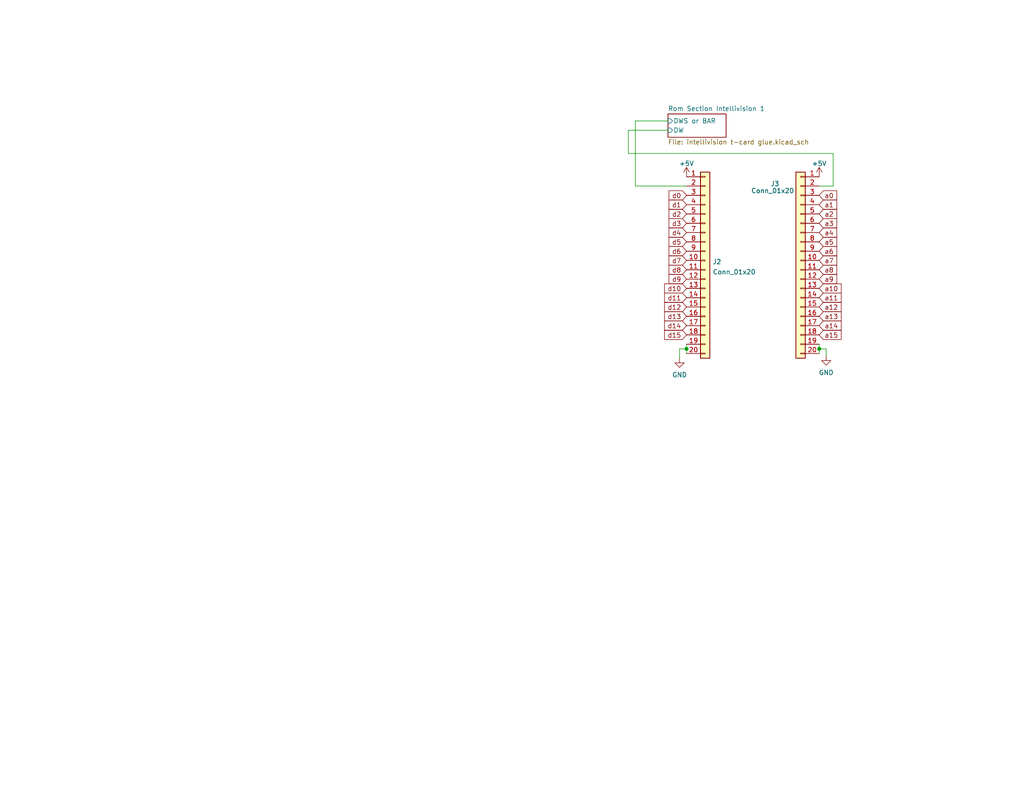
<source format=kicad_sch>
(kicad_sch (version 20211123) (generator eeschema)
  (paper "A")
  (lib_symbols
    (symbol "Connector_Generic:Conn_01x20" (pin_names (offset 1.016) hide)
      (property "Reference" "J" (at 0 25.4 0))
      (property "Value" "Conn_01x20" (at 0 -27.94 0))
      (symbol "Conn_01x20_1_1"
        (rectangle (start -1.27 -25.273) (end 0 -25.527) (stroke (width 0.1524)))
        (rectangle (start -1.27 -22.733) (end 0 -22.987) (stroke (width 0.1524)))
        (rectangle (start -1.27 -20.193) (end 0 -20.447) (stroke (width 0.1524)))
        (rectangle (start -1.27 -17.653) (end 0 -17.907) (stroke (width 0.1524)))
        (rectangle (start -1.27 -15.113) (end 0 -15.367) (stroke (width 0.1524)))
        (rectangle (start -1.27 -12.573) (end 0 -12.827) (stroke (width 0.1524)))
        (rectangle (start -1.27 -10.033) (end 0 -10.287) (stroke (width 0.1524)))
        (rectangle (start -1.27 -7.493) (end 0 -7.747) (stroke (width 0.1524)))
        (rectangle (start -1.27 -4.953) (end 0 -5.207) (stroke (width 0.1524)))
        (rectangle (start -1.27 -2.413) (end 0 -2.667) (stroke (width 0.1524)))
        (rectangle (start -1.27 0.127) (end 0 -0.127) (stroke (width 0.1524)))
        (rectangle (start -1.27 2.667) (end 0 2.413) (stroke (width 0.1524)))
        (rectangle (start -1.27 5.207) (end 0 4.953) (stroke (width 0.1524)))
        (rectangle (start -1.27 7.747) (end 0 7.493) (stroke (width 0.1524)))
        (rectangle (start -1.27 10.287) (end 0 10.033) (stroke (width 0.1524)))
        (rectangle (start -1.27 12.827) (end 0 12.573) (stroke (width 0.1524)))
        (rectangle (start -1.27 15.367) (end 0 15.113) (stroke (width 0.1524)))
        (rectangle (start -1.27 17.907) (end 0 17.653) (stroke (width 0.1524)))
        (rectangle (start -1.27 20.447) (end 0 20.193) (stroke (width 0.1524)))
        (rectangle (start -1.27 22.987) (end 0 22.733) (stroke (width 0.1524)))
        (rectangle (start -1.27 24.13) (end 1.27 -26.67) (stroke (width 0.254)) (fill (type background)))
        (pin passive line (at -5.08 22.86 0) (length 3.81) (name "Pin_1") (number "1"))
        (pin passive line (at -5.08 0 0) (length 3.81) (name "Pin_10") (number "10"))
        (pin passive line (at -5.08 -2.54 0) (length 3.81) (name "Pin_11") (number "11"))
        (pin passive line (at -5.08 -5.08 0) (length 3.81) (name "Pin_12") (number "12"))
        (pin passive line (at -5.08 -7.62 0) (length 3.81) (name "Pin_13") (number "13"))
        (pin passive line (at -5.08 -10.16 0) (length 3.81) (name "Pin_14") (number "14"))
        (pin passive line (at -5.08 -12.7 0) (length 3.81) (name "Pin_15") (number "15"))
        (pin passive line (at -5.08 -15.24 0) (length 3.81) (name "Pin_16") (number "16"))
        (pin passive line (at -5.08 -17.78 0) (length 3.81) (name "Pin_17") (number "17"))
        (pin passive line (at -5.08 -20.32 0) (length 3.81) (name "Pin_18") (number "18"))
        (pin passive line (at -5.08 -22.86 0) (length 3.81) (name "Pin_19") (number "19"))
        (pin passive line (at -5.08 20.32 0) (length 3.81) (name "Pin_2") (number "2"))
        (pin passive line (at -5.08 -25.4 0) (length 3.81) (name "Pin_20") (number "20"))
        (pin passive line (at -5.08 17.78 0) (length 3.81) (name "Pin_3") (number "3"))
        (pin passive line (at -5.08 15.24 0) (length 3.81) (name "Pin_4") (number "4"))
        (pin passive line (at -5.08 12.7 0) (length 3.81) (name "Pin_5") (number "5"))
        (pin passive line (at -5.08 10.16 0) (length 3.81) (name "Pin_6") (number "6"))
        (pin passive line (at -5.08 7.62 0) (length 3.81) (name "Pin_7") (number "7"))
        (pin passive line (at -5.08 5.08 0) (length 3.81) (name "Pin_8") (number "8"))
        (pin passive line (at -5.08 2.54 0) (length 3.81) (name "Pin_9") (number "9"))
      )
    )
    (symbol "power:+5V" (power) (pin_names (offset 0))
      (property "Value" "+5V" (at 0 3.556 0))
      (symbol "+5V_0_1"
        (polyline (pts (xy -0.762 1.27) (xy 0 2.54)))
        (polyline (pts (xy 0 0) (xy 0 2.54)))
        (polyline (pts (xy 0 2.54) (xy 0.762 1.27)))
      )
      (symbol "+5V_1_1"
        (pin power_in line (at 0 0 90) (length 0) hide (name "+5V") (number "1"))
      )
    )
    (symbol "power:GND" (power) (pin_names (offset 0))
      (property "Value" "GND" (at 0 -3.81 0))
      (symbol "GND_0_1"
        (polyline (pts (xy 0 0) (xy 0 -1.27) (xy 1.27 -1.27) (xy 0 -2.54) (xy -1.27 -1.27) (xy 0 -1.27)))
      )
      (symbol "GND_1_1"
        (pin power_in line (at 0 0 270) (length 0) hide (name "GND") (number "1"))
      )
    )
  )
  (junction (at 187.325 95.25))
  (junction (at 223.52 95.25))
  (wire (pts (xy 185.42 97.79) (xy 185.42 95.25)))
  (wire (pts (xy 223.52 95.25) (xy 223.52 93.98)))
  (wire (pts (xy 171.45 35.56) (xy 182.245 35.56)))
  (wire (pts (xy 225.425 97.155) (xy 225.425 95.25)))
  (wire (pts (xy 227.33 50.8) (xy 227.33 41.91)))
  (wire (pts (xy 223.52 95.25) (xy 223.52 96.52)))
  (wire (pts (xy 185.42 95.25) (xy 187.325 95.25)))
  (wire (pts (xy 173.355 33.02) (xy 173.355 50.8)))
  (wire (pts (xy 187.325 50.8) (xy 173.355 50.8)))
  (wire (pts (xy 227.33 41.91) (xy 171.45 41.91)))
  (wire (pts (xy 182.245 33.02) (xy 173.355 33.02)))
  (wire (pts (xy 187.325 95.25) (xy 187.325 93.98)))
  (wire (pts (xy 223.52 50.8) (xy 227.33 50.8)))
  (wire (pts (xy 187.325 95.25) (xy 187.325 96.52)))
  (wire (pts (xy 225.425 95.25) (xy 223.52 95.25)))
  (wire (pts (xy 171.45 35.56) (xy 171.45 41.91)))
  (global_label "a13" (shape input) (at 223.52 86.36 0) (property "Intersheet References" "${INTERSHEET_REFS}" (effects hide)))
  (global_label "a1" (shape input) (at 223.52 55.88 0) (property "Intersheet References" "${INTERSHEET_REFS}" (effects hide)))
  (global_label "d6" (shape input) (at 187.325 68.58 180) (property "Intersheet References" "${INTERSHEET_REFS}" (effects hide)))
  (global_label "d4" (shape input) (at 187.325 63.5 180) (property "Intersheet References" "${INTERSHEET_REFS}" (effects hide)))
  (global_label "d8" (shape input) (at 187.325 73.66 180) (property "Intersheet References" "${INTERSHEET_REFS}" (effects hide)))
  (global_label "d13" (shape input) (at 187.325 86.36 180) (property "Intersheet References" "${INTERSHEET_REFS}" (effects hide)))
  (global_label "a12" (shape input) (at 223.52 83.82 0) (property "Intersheet References" "${INTERSHEET_REFS}" (effects hide)))
  (global_label "a2" (shape input) (at 223.52 58.42 0) (property "Intersheet References" "${INTERSHEET_REFS}" (effects hide)))
  (global_label "d15" (shape input) (at 187.325 91.44 180) (property "Intersheet References" "${INTERSHEET_REFS}" (effects hide)))
  (global_label "d5" (shape input) (at 187.325 66.04 180) (property "Intersheet References" "${INTERSHEET_REFS}" (effects hide)))
  (global_label "d11" (shape input) (at 187.325 81.28 180) (property "Intersheet References" "${INTERSHEET_REFS}" (effects hide)))
  (global_label "d2" (shape input) (at 187.325 58.42 180) (property "Intersheet References" "${INTERSHEET_REFS}" (effects hide)))
  (global_label "a0" (shape input) (at 223.52 53.34 0) (property "Intersheet References" "${INTERSHEET_REFS}" (effects hide)))
  (global_label "d14" (shape input) (at 187.325 88.9 180) (property "Intersheet References" "${INTERSHEET_REFS}" (effects hide)))
  (global_label "d12" (shape input) (at 187.325 83.82 180) (property "Intersheet References" "${INTERSHEET_REFS}" (effects hide)))
  (global_label "d9" (shape input) (at 187.325 76.2 180) (property "Intersheet References" "${INTERSHEET_REFS}" (effects hide)))
  (global_label "a7" (shape input) (at 223.52 71.12 0) (property "Intersheet References" "${INTERSHEET_REFS}" (effects hide)))
  (global_label "d1" (shape input) (at 187.325 55.88 180) (property "Intersheet References" "${INTERSHEET_REFS}" (effects hide)))
  (global_label "a6" (shape input) (at 223.52 68.58 0) (property "Intersheet References" "${INTERSHEET_REFS}" (effects hide)))
  (global_label "a10" (shape input) (at 223.52 78.74 0) (property "Intersheet References" "${INTERSHEET_REFS}" (effects hide)))
  (global_label "d0" (shape input) (at 187.325 53.34 180) (property "Intersheet References" "${INTERSHEET_REFS}" (effects hide)))
  (global_label "a4" (shape input) (at 223.52 63.5 0) (property "Intersheet References" "${INTERSHEET_REFS}" (effects hide)))
  (global_label "d10" (shape input) (at 187.325 78.74 180) (property "Intersheet References" "${INTERSHEET_REFS}" (effects hide)))
  (global_label "a8" (shape input) (at 223.52 73.66 0) (property "Intersheet References" "${INTERSHEET_REFS}" (effects hide)))
  (global_label "a15" (shape input) (at 223.52 91.44 0) (property "Intersheet References" "${INTERSHEET_REFS}" (effects hide)))
  (global_label "a14" (shape input) (at 223.52 88.9 0) (property "Intersheet References" "${INTERSHEET_REFS}" (effects hide)))
  (global_label "a5" (shape input) (at 223.52 66.04 0) (property "Intersheet References" "${INTERSHEET_REFS}" (effects hide)))
  (global_label "a9" (shape input) (at 223.52 76.2 0) (property "Intersheet References" "${INTERSHEET_REFS}" (effects hide)))
  (global_label "a11" (shape input) (at 223.52 81.28 0) (property "Intersheet References" "${INTERSHEET_REFS}" (effects hide)))
  (global_label "d7" (shape input) (at 187.325 71.12 180) (property "Intersheet References" "${INTERSHEET_REFS}" (effects hide)))
  (global_label "a3" (shape input) (at 223.52 60.96 0) (property "Intersheet References" "${INTERSHEET_REFS}" (effects hide)))
  (global_label "d3" (shape input) (at 187.325 60.96 180) (property "Intersheet References" "${INTERSHEET_REFS}" (effects hide)))
  (symbol (lib_id "Connector_Generic:Conn_01x20") (at 218.44 71.12 0) (mirror y) (unit 1)
    (property "Reference" "J3" (at 211.455 50.165 0))
    (property "Value" "Conn_01x20" (at 210.82 52.07 0))
    (property "Footprint" "Connector_PinSocket_2.54mm:PinSocket_1x20_P2.54mm_Vertical" (effects hide))
  )
  (symbol (lib_id "power:+5V") (at 223.52 48.26 0) (unit 1)
    (property "Reference" "#PWR0104" (effects hide))
    (property "Value" "+5V" (at 223.52 44.6555 0))
  )
  (symbol (lib_id "power:GND") (at 225.425 97.155 0) (unit 1)
    (property "Reference" "#PWR0102" (effects hide))
    (property "Value" "GND" (at 225.425 101.7175 0))
  )
  (symbol (lib_id "power:+5V") (at 187.325 48.26 0) (unit 1)
    (property "Reference" "#PWR0103" (effects hide))
    (property "Value" "+5V" (at 187.325 44.6555 0))
  )
  (symbol (lib_id "power:GND") (at 185.42 97.79 0) (unit 1)
    (property "Reference" "#PWR0111" (effects hide))
    (property "Value" "GND" (at 185.42 102.3525 0))
  )
  (symbol (lib_id "Connector_Generic:Conn_01x20") (at 192.405 71.12 0) (unit 1)
    (property "Reference" "J2" (at 194.437 71.4815 0) (effects (justify left)))
    (property "Value" "Conn_01x20" (at 194.437 74.2566 0) (effects (justify left)))
    (property "Footprint" "Connector_PinSocket_2.54mm:PinSocket_1x20_P2.54mm_Vertical" (effects hide))
  )
  (sheet (at 182.245 31.115) (size 15.875 6.35) (stroke (width 0.1524))
    (property "Sheet name" "Rom Section Intellivision 1" (at 182.245 30.4034 0) (effects (justify left bottom)))
    (property "Sheet file" "intellivision t-card glue.kicad_sch" (at 182.245 38.0496 0) (effects (justify left top)))
    (pin "DW" input (at 182.245 35.56 180))
    (pin "DWS or BAR" input (at 182.245 33.02 180))
  )
)
</source>
